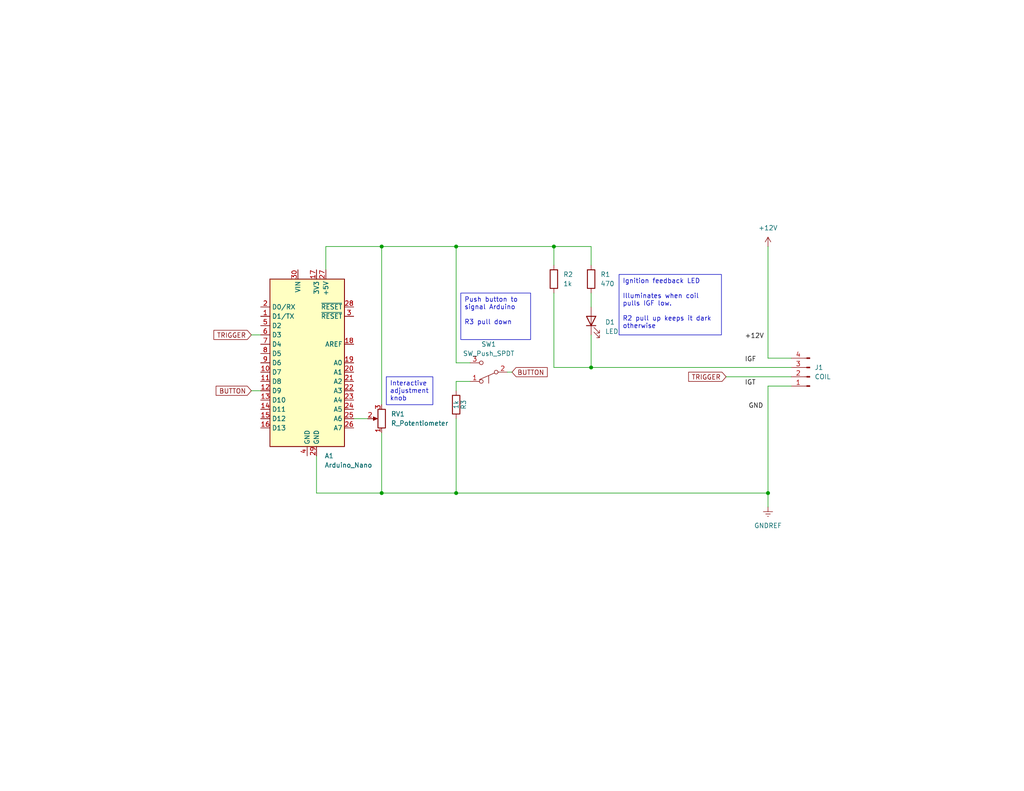
<source format=kicad_sch>
(kicad_sch (version 20230121) (generator eeschema)
  (paper "USLetter")
  (title_block (title "Danger Organ PCB") (date "2024-06-09") (rev "1.0"))
  (lib_symbols
    (symbol "Connector:Conn_01x04_Pin" (pin_names (offset 1.016) hide)
      (property "Reference" "J" (at 0 5.08 0))
      (property "Value" "Conn_01x04_Pin" (at 0 -7.62 0))
      (symbol "Conn_01x04_Pin_1_1"
        (polyline (pts (xy 1.27 -5.08) (xy 0.8636 -5.08)) (stroke (width 0.1524)))
        (polyline (pts (xy 1.27 -2.54) (xy 0.8636 -2.54)) (stroke (width 0.1524)))
        (polyline (pts (xy 1.27 0) (xy 0.8636 0)) (stroke (width 0.1524)))
        (polyline (pts (xy 1.27 2.54) (xy 0.8636 2.54)) (stroke (width 0.1524)))
        (rectangle (start 0.8636 -4.953) (end 0 -5.207) (stroke (width 0.1524)) (fill (type outline)))
        (rectangle (start 0.8636 -2.413) (end 0 -2.667) (stroke (width 0.1524)) (fill (type outline)))
        (rectangle (start 0.8636 0.127) (end 0 -0.127) (stroke (width 0.1524)) (fill (type outline)))
        (rectangle (start 0.8636 2.667) (end 0 2.413) (stroke (width 0.1524)) (fill (type outline)))
        (pin passive line (at 5.08 2.54 180) (length 3.81) (name "Pin_1") (number "1"))
        (pin passive line (at 5.08 0 180) (length 3.81) (name "Pin_2") (number "2"))
        (pin passive line (at 5.08 -2.54 180) (length 3.81) (name "Pin_3") (number "3"))
        (pin passive line (at 5.08 -5.08 180) (length 3.81) (name "Pin_4") (number "4"))
      )
    )
    (symbol "Device:LED" (pin_numbers hide) (pin_names (offset 1.016) hide)
      (property "Reference" "D" (at 0 2.54 0))
      (property "Value" "LED" (at 0 -2.54 0))
      (symbol "LED_0_1"
        (polyline (pts (xy -1.27 -1.27) (xy -1.27 1.27)) (stroke (width 0.254)))
        (polyline (pts (xy -1.27 0) (xy 1.27 0)))
        (polyline (pts (xy 1.27 -1.27) (xy 1.27 1.27) (xy -1.27 0) (xy 1.27 -1.27)) (stroke (width 0.254)))
        (polyline (pts (xy -3.048 -0.762) (xy -4.572 -2.286) (xy -3.81 -2.286) (xy -4.572 -2.286) (xy -4.572 -1.524)))
        (polyline (pts (xy -1.778 -0.762) (xy -3.302 -2.286) (xy -2.54 -2.286) (xy -3.302 -2.286) (xy -3.302 -1.524)))
      )
      (symbol "LED_1_1"
        (pin passive line (at -3.81 0 0) (length 2.54) (name "K") (number "1"))
        (pin passive line (at 3.81 0 180) (length 2.54) (name "A") (number "2"))
      )
    )
    (symbol "Device:R" (pin_numbers hide) (pin_names (offset 0))
      (property "Reference" "R" (at 2.032 0 90))
      (property "Value" "R" (at 0 0 90))
      (symbol "R_0_1"
        (rectangle (start -1.016 -2.54) (end 1.016 2.54) (stroke (width 0.254)))
      )
      (symbol "R_1_1"
        (pin passive line (at 0 3.81 270) (length 1.27) (name "~") (number "1"))
        (pin passive line (at 0 -3.81 90) (length 1.27) (name "~") (number "2"))
      )
    )
    (symbol "Device:R_Potentiometer" (pin_names (offset 1.016) hide)
      (property "Reference" "RV" (at -4.445 0 90))
      (property "Value" "R_Potentiometer" (at -2.54 0 90))
      (symbol "R_Potentiometer_0_1"
        (polyline (pts (xy 2.54 0) (xy 1.524 0)))
        (polyline (pts (xy 1.143 0) (xy 2.286 0.508) (xy 2.286 -0.508) (xy 1.143 0)) (fill (type outline)))
        (rectangle (start 1.016 2.54) (end -1.016 -2.54) (stroke (width 0.254)))
      )
      (symbol "R_Potentiometer_1_1"
        (pin passive line (at 0 3.81 270) (length 1.27) (name "1") (number "1"))
        (pin passive line (at 3.81 0 180) (length 1.27) (name "2") (number "2"))
        (pin passive line (at 0 -3.81 90) (length 1.27) (name "3") (number "3"))
      )
    )
    (symbol "MCU_Module:Arduino_Nano_v2.x"
      (property "Reference" "A" (at -10.16 23.495 0))
      (property "Value" "Arduino_Nano_v2.x" (at 5.08 -24.13 0))
      (symbol "Arduino_Nano_v2.x_0_1"
        (rectangle (start -10.16 22.86) (end 10.16 -22.86) (stroke (width 0.254)) (fill (type background)))
      )
      (symbol "Arduino_Nano_v2.x_1_1"
        (pin bidirectional line (at -12.7 12.7 0) (length 2.54) (name "D1/TX") (number "1"))
        (pin bidirectional line (at -12.7 -2.54 0) (length 2.54) (name "D7") (number "10"))
        (pin bidirectional line (at -12.7 -5.08 0) (length 2.54) (name "D8") (number "11"))
        (pin bidirectional line (at -12.7 -7.62 0) (length 2.54) (name "D9") (number "12"))
        (pin bidirectional line (at -12.7 -10.16 0) (length 2.54) (name "D10") (number "13"))
        (pin bidirectional line (at -12.7 -12.7 0) (length 2.54) (name "D11") (number "14"))
        (pin bidirectional line (at -12.7 -15.24 0) (length 2.54) (name "D12") (number "15"))
        (pin bidirectional line (at -12.7 -17.78 0) (length 2.54) (name "D13") (number "16"))
        (pin power_out line (at 2.54 25.4 270) (length 2.54) (name "3V3") (number "17"))
        (pin input line (at 12.7 5.08 180) (length 2.54) (name "AREF") (number "18"))
        (pin bidirectional line (at 12.7 0 180) (length 2.54) (name "A0") (number "19"))
        (pin bidirectional line (at -12.7 15.24 0) (length 2.54) (name "D0/RX") (number "2"))
        (pin bidirectional line (at 12.7 -2.54 180) (length 2.54) (name "A1") (number "20"))
        (pin bidirectional line (at 12.7 -5.08 180) (length 2.54) (name "A2") (number "21"))
        (pin bidirectional line (at 12.7 -7.62 180) (length 2.54) (name "A3") (number "22"))
        (pin bidirectional line (at 12.7 -10.16 180) (length 2.54) (name "A4") (number "23"))
        (pin bidirectional line (at 12.7 -12.7 180) (length 2.54) (name "A5") (number "24"))
        (pin bidirectional line (at 12.7 -15.24 180) (length 2.54) (name "A6") (number "25"))
        (pin bidirectional line (at 12.7 -17.78 180) (length 2.54) (name "A7") (number "26"))
        (pin power_out line (at 5.08 25.4 270) (length 2.54) (name "+5V") (number "27"))
        (pin input line (at 12.7 15.24 180) (length 2.54) (name "~{RESET}") (number "28"))
        (pin power_in line (at 2.54 -25.4 90) (length 2.54) (name "GND") (number "29"))
        (pin input line (at 12.7 12.7 180) (length 2.54) (name "~{RESET}") (number "3"))
        (pin power_in line (at -2.54 25.4 270) (length 2.54) (name "VIN") (number "30"))
        (pin power_in line (at 0 -25.4 90) (length 2.54) (name "GND") (number "4"))
        (pin bidirectional line (at -12.7 10.16 0) (length 2.54) (name "D2") (number "5"))
        (pin bidirectional line (at -12.7 7.62 0) (length 2.54) (name "D3") (number "6"))
        (pin bidirectional line (at -12.7 5.08 0) (length 2.54) (name "D4") (number "7"))
        (pin bidirectional line (at -12.7 2.54 0) (length 2.54) (name "D5") (number "8"))
        (pin bidirectional line (at -12.7 0 0) (length 2.54) (name "D6") (number "9"))
      )
    )
    (symbol "Switch:SW_Push_SPDT" (pin_names (offset 0) hide)
      (property "Reference" "SW" (at 0 4.318 0))
      (property "Value" "SW_Push_SPDT" (at 0 -5.08 0))
      (symbol "SW_Push_SPDT_0_0"
        (circle (center -2.032 0) (radius 0.508))
        (polyline (pts (xy 0 1.016) (xy 0 3.048)))
        (circle (center 2.032 -2.54) (radius 0.508))
      )
      (symbol "SW_Push_SPDT_0_1"
        (polyline (pts (xy -1.524 0.254) (xy 2.54 2.032)))
        (circle (center 2.032 2.54) (radius 0.508))
      )
      (symbol "SW_Push_SPDT_1_1"
        (pin passive line (at 5.08 2.54 180) (length 2.54) (name "A") (number "1"))
        (pin passive line (at -5.08 0 0) (length 2.54) (name "B") (number "2"))
        (pin passive line (at 5.08 -2.54 180) (length 2.54) (name "C") (number "3"))
      )
    )
    (symbol "power:+12V" (power) (pin_names (offset 0))
      (property "Value" "+12V" (at 0 3.556 0))
      (symbol "+12V_0_1"
        (polyline (pts (xy -0.762 1.27) (xy 0 2.54)))
        (polyline (pts (xy 0 0) (xy 0 2.54)))
        (polyline (pts (xy 0 2.54) (xy 0.762 1.27)))
      )
      (symbol "+12V_1_1"
        (pin power_in line (at 0 0 90) (length 0) hide (name "+12V") (number "1"))
      )
    )
    (symbol "power:GNDREF" (power) (pin_names (offset 0))
      (property "Value" "GNDREF" (at 0 -3.81 0))
      (symbol "GNDREF_0_1"
        (polyline (pts (xy -0.635 -1.905) (xy 0.635 -1.905)))
        (polyline (pts (xy -0.127 -2.54) (xy 0.127 -2.54)))
        (polyline (pts (xy 0 -1.27) (xy 0 0)))
        (polyline (pts (xy 1.27 -1.27) (xy -1.27 -1.27)))
      )
      (symbol "GNDREF_1_1"
        (pin power_in line (at 0 0 270) (length 0) hide (name "GNDREF") (number "1"))
      )
    )
  )
  (junction (at 124.46 134.62))
  (junction (at 209.55 134.62))
  (junction (at 151.13 67.31))
  (junction (at 161.29 100.33))
  (junction (at 124.46 67.31))
  (junction (at 104.14 134.62))
  (junction (at 104.14 67.31))
  (wire (pts (xy 86.36 124.46) (xy 86.36 134.62)))
  (wire (pts (xy 124.46 134.62) (xy 209.55 134.62)))
  (wire (pts (xy 128.27 99.06) (xy 124.46 99.06)))
  (wire (pts (xy 104.14 118.11) (xy 104.14 134.62)))
  (wire (pts (xy 215.9 97.79) (xy 209.55 97.79)))
  (wire (pts (xy 161.29 91.44) (xy 161.29 100.33)))
  (wire (pts (xy 209.55 97.79) (xy 209.55 67.31)))
  (wire (pts (xy 68.58 91.44) (xy 71.12 91.44)))
  (wire (pts (xy 96.52 114.3) (xy 100.33 114.3)))
  (wire (pts (xy 151.13 67.31) (xy 151.13 72.39)))
  (wire (pts (xy 209.55 134.62) (xy 209.55 138.43)))
  (wire (pts (xy 151.13 80.01) (xy 151.13 100.33)))
  (wire (pts (xy 104.14 110.49) (xy 104.14 67.31)))
  (wire (pts (xy 124.46 106.68) (xy 124.46 104.14)))
  (wire (pts (xy 124.46 114.3) (xy 124.46 134.62)))
  (wire (pts (xy 88.9 67.31) (xy 104.14 67.31)))
  (wire (pts (xy 104.14 67.31) (xy 124.46 67.31)))
  (wire (pts (xy 161.29 67.31) (xy 151.13 67.31)))
  (wire (pts (xy 198.12 102.87) (xy 215.9 102.87)))
  (wire (pts (xy 68.58 106.68) (xy 71.12 106.68)))
  (wire (pts (xy 104.14 134.62) (xy 124.46 134.62)))
  (wire (pts (xy 88.9 67.31) (xy 88.9 73.66)))
  (wire (pts (xy 209.55 134.62) (xy 209.55 105.41)))
  (wire (pts (xy 161.29 100.33) (xy 215.9 100.33)))
  (wire (pts (xy 124.46 99.06) (xy 124.46 67.31)))
  (wire (pts (xy 124.46 104.14) (xy 128.27 104.14)))
  (wire (pts (xy 151.13 100.33) (xy 161.29 100.33)))
  (wire (pts (xy 209.55 105.41) (xy 215.9 105.41)))
  (wire (pts (xy 161.29 72.39) (xy 161.29 67.31)))
  (wire (pts (xy 161.29 80.01) (xy 161.29 83.82)))
  (wire (pts (xy 86.36 134.62) (xy 104.14 134.62)))
  (wire (pts (xy 124.46 67.31) (xy 151.13 67.31)))
  (wire (pts (xy 138.43 101.6) (xy 139.7 101.6)))
  (text_box "Ignition feedback LED\n\nIlluminates when coil\npulls IGF low.\n\nR2 pull up keeps it dark\notherwise\n" (at 168.91 74.93 0) (size 27.94 16.51) (effects (font (size 1.27 1.27)) (justify left top)))
  (text_box "Push button to signal Arduino\n\nR3 pull down" (at 125.73 80.01 0) (size 19.05 12.7) (effects (font (size 1.27 1.27)) (justify left top)))
  (text_box "Interactive\nadjustment\nknob" (at 105.41 102.87 0) (size 12.7 7.62) (effects (font (size 1.27 1.27)) (justify left top)))
  (label "IGF" (at 203.2 99.06 0))
  (label "+12V" (at 203.2 92.71 0))
  (label "IGT" (at 203.2 105.41 0))
  (label "GND" (at 208.28 111.76 180))
  (global_label "TRIGGER" (shape input) (at 198.12 102.87 180) (property "Intersheetrefs" "${INTERSHEET_REFS}" (effects hide)))
  (global_label "TRIGGER" (shape input) (at 68.58 91.44 180) (property "Intersheetrefs" "${INTERSHEET_REFS}" (effects hide)))
  (global_label "BUTTON" (shape input) (at 68.58 106.68 180) (property "Intersheetrefs" "${INTERSHEET_REFS}" (effects hide)))
  (global_label "BUTTON" (shape input) (at 139.7 101.6 0) (property "Intersheetrefs" "${INTERSHEET_REFS}" (effects hide)))
  (symbol (lib_id "MCU_Module:Arduino_Nano_v2.x") (at 83.82 99.06 0) (unit 1)
    (property "Reference" "A1" (at 88.5541 124.46 0) (effects (justify left)))
    (property "Value" "Arduino_Nano" (at 88.5541 127 0) (effects (justify left)))
    (property "Footprint" "Module:Arduino_Nano" (effects hide))
    (property "Datasheet" "https://www.arduino.cc/en/uploads/Main/ArduinoNanoManual23.pdf" (effects hide))
  )
  (symbol (lib_id "Device:R") (at 124.46 110.49 0) (unit 1)
    (property "Reference" "R3" (at 126.492 110.49 90))
    (property "Value" "1k" (at 124.46 110.49 90))
  )
  (symbol (lib_id "Device:R") (at 151.13 76.2 0) (unit 1)
    (property "Reference" "R2" (at 153.67 74.93 0) (effects (justify left)))
    (property "Value" "1k" (at 153.67 77.47 0) (effects (justify left)))
  )
  (symbol (lib_id "Device:LED") (at 161.29 87.63 90) (unit 1)
    (property "Reference" "D1" (at 165.1 87.9475 90) (effects (justify right)))
    (property "Value" "LED" (at 165.1 90.4875 90) (effects (justify right)))
  )
  (symbol (lib_id "Switch:SW_Push_SPDT") (at 133.35 101.6 180) (unit 1)
    (property "Reference" "SW1" (at 133.35 93.98 0))
    (property "Value" "SW_Push_SPDT" (at 133.35 96.52 0))
  )
  (symbol (lib_id "power:+12V") (at 209.55 67.31 0) (unit 1)
    (property "Reference" "#PWR02" (effects hide))
    (property "Value" "+12V" (at 209.55 62.23 0))
  )
  (symbol (lib_id "Device:R_Potentiometer") (at 104.14 114.3 180) (unit 1)
    (property "Reference" "RV1" (at 106.68 113.03 0) (effects (justify right)))
    (property "Value" "R_Potentiometer" (at 106.68 115.57 0) (effects (justify right)))
  )
  (symbol (lib_id "Connector:Conn_01x04_Pin") (at 220.98 102.87 180) (unit 1)
    (property "Reference" "J1" (at 222.25 100.33 0) (effects (justify right)))
    (property "Value" "COIL" (at 222.25 102.87 0) (effects (justify right)))
  )
  (symbol (lib_id "power:GNDREF") (at 209.55 138.43 0) (unit 1)
    (property "Reference" "#PWR01" (effects hide))
    (property "Value" "GNDREF" (at 209.55 143.51 0))
  )
  (symbol (lib_id "Device:R") (at 161.29 76.2 0) (unit 1)
    (property "Reference" "R1" (at 163.83 74.93 0) (effects (justify left)))
    (property "Value" "470" (at 163.83 77.47 0) (effects (justify left)))
  )
)
</source>
